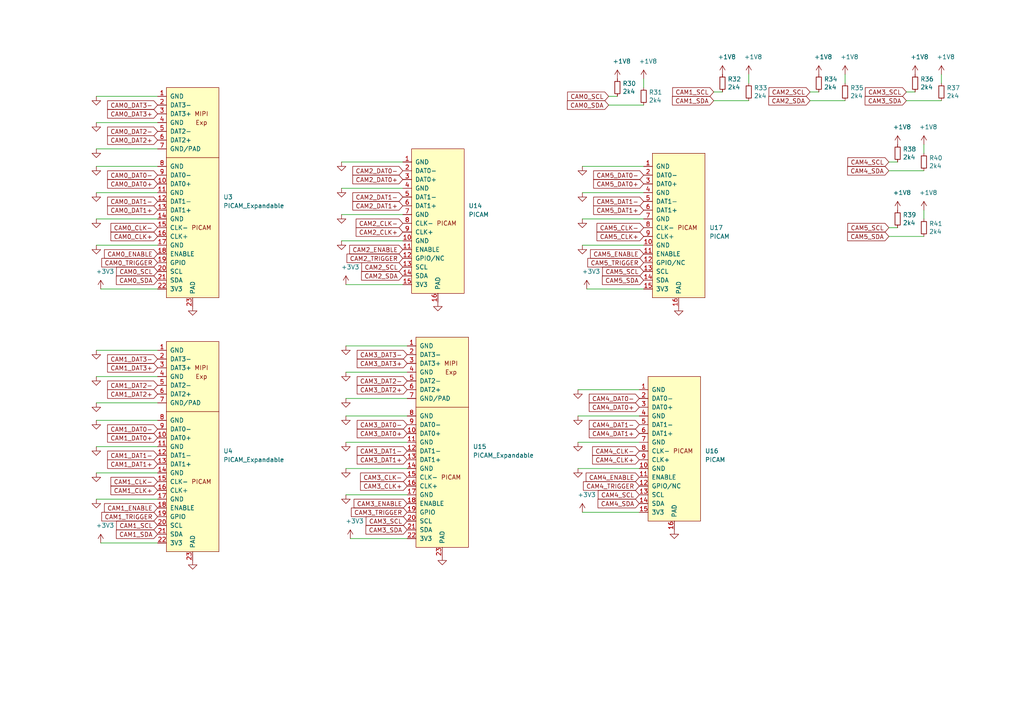
<source format=kicad_sch>
(kicad_sch (version 20210126) (generator eeschema)
  (paper "A4")
  (lib_symbols
    (symbol "Connectors_OSRF:PICAM" (pin_names (offset 1.016))
      (property "Reference" "U" (at 16.51 -25.4 0))
      (property "Value" "PICAM" (at 16.51 -25.4 0))
      (symbol "PICAM_0_0"
        (text "PICAM" (at 2.54 -1.27 0) (effects (font (size 1.27 1.27))))
      )
      (symbol "PICAM_0_1"
        (rectangle (start -7.62 20.32) (end 7.62 -21.59) (stroke (width 0.1524)) (fill (type background)))
      )
      (symbol "PICAM_1_1"
        (pin power_in line (at -10.16 16.51 0) (length 2.54) (name "GND") (number "1"))
        (pin power_in line (at -10.16 -6.35 0) (length 2.54) (name "GND") (number "10"))
        (pin input line (at -10.16 -8.89 0) (length 2.54) (name "ENABLE") (number "11"))
        (pin input line (at -10.16 -11.43 0) (length 2.54) (name "GPIO/NC") (number "12"))
        (pin input line (at -10.16 -13.97 0) (length 2.54) (name "SCL") (number "13"))
        (pin input line (at -10.16 -16.51 0) (length 2.54) (name "SDA") (number "14"))
        (pin power_in line (at -10.16 -19.05 0) (length 2.54) (name "3V3") (number "15"))
        (pin passive line (at 0 -24.13 90) (length 2.54) (name "PAD") (number "16"))
        (pin input line (at -10.16 13.97 0) (length 2.54) (name "DAT0-") (number "2"))
        (pin input line (at -10.16 11.43 0) (length 2.54) (name "DAT0+") (number "3"))
        (pin power_in line (at -10.16 8.89 0) (length 2.54) (name "GND") (number "4"))
        (pin input line (at -10.16 6.35 0) (length 2.54) (name "DAT1-") (number "5"))
        (pin input line (at -10.16 3.81 0) (length 2.54) (name "DAT1+") (number "6"))
        (pin power_in line (at -10.16 1.27 0) (length 2.54) (name "GND") (number "7"))
        (pin input line (at -10.16 -1.27 0) (length 2.54) (name "CLK-") (number "8"))
        (pin input line (at -10.16 -3.81 0) (length 2.54) (name "CLK+") (number "9"))
      )
    )
    (symbol "Connectors_OSRF:PICAM_Expandable" (pin_names (offset 1.016))
      (property "Reference" "U" (at 16.51 -29.21 0))
      (property "Value" "PICAM_Expandable" (at 16.51 -29.21 0))
      (symbol "PICAM_Expandable_0_0"
        (text "Exp" (at 2.54 25.4 0) (effects (font (size 1.27 1.27))))
        (text "MIPI" (at 2.54 27.94 0) (effects (font (size 1.27 1.27))))
        (text "PICAM" (at 2.54 -5.08 0) (effects (font (size 1.27 1.27))))
        (polyline (pts (xy -7.62 15.24) (xy 7.62 15.24)) (stroke (width 0.1524)))
      )
      (symbol "PICAM_Expandable_0_1"
        (rectangle (start -7.62 35.56) (end 7.62 -25.4) (stroke (width 0.1524)) (fill (type background)))
      )
      (symbol "PICAM_Expandable_1_1"
        (pin power_in line (at -10.16 33.02 0) (length 2.54) (name "GND") (number "1"))
        (pin input line (at -10.16 7.62 0) (length 2.54) (name "DAT0+") (number "10"))
        (pin power_in line (at -10.16 5.08 0) (length 2.54) (name "GND") (number "11"))
        (pin input line (at -10.16 2.54 0) (length 2.54) (name "DAT1-") (number "12"))
        (pin input line (at -10.16 0 0) (length 2.54) (name "DAT1+") (number "13"))
        (pin power_in line (at -10.16 -2.54 0) (length 2.54) (name "GND") (number "14"))
        (pin input line (at -10.16 -5.08 0) (length 2.54) (name "CLK-") (number "15"))
        (pin input line (at -10.16 -7.62 0) (length 2.54) (name "CLK+") (number "16"))
        (pin power_in line (at -10.16 -10.16 0) (length 2.54) (name "GND") (number "17"))
        (pin input line (at -10.16 -12.7 0) (length 2.54) (name "ENABLE") (number "18"))
        (pin input line (at -10.16 -15.24 0) (length 2.54) (name "GPIO") (number "19"))
        (pin input line (at -10.16 30.48 0) (length 2.54) (name "DAT3-") (number "2"))
        (pin input line (at -10.16 -17.78 0) (length 2.54) (name "SCL") (number "20"))
        (pin input line (at -10.16 -20.32 0) (length 2.54) (name "SDA") (number "21"))
        (pin power_in line (at -10.16 -22.86 0) (length 2.54) (name "3V3") (number "22"))
        (pin passive line (at 0 -27.94 90) (length 2.54) (name "PAD") (number "23"))
        (pin input line (at -10.16 27.94 0) (length 2.54) (name "DAT3+") (number "3"))
        (pin power_in line (at -10.16 25.4 0) (length 2.54) (name "GND") (number "4"))
        (pin input line (at -10.16 22.86 0) (length 2.54) (name "DAT2-") (number "5"))
        (pin input line (at -10.16 20.32 0) (length 2.54) (name "DAT2+") (number "6"))
        (pin power_in line (at -10.16 17.78 0) (length 2.54) (name "GND/PAD") (number "7"))
        (pin power_in line (at -10.16 12.7 0) (length 2.54) (name "GND") (number "8"))
        (pin input line (at -10.16 10.16 0) (length 2.54) (name "DAT0-") (number "9"))
      )
    )
    (symbol "Device:R_Small_1" (pin_numbers hide) (pin_names (offset 0.254) hide)
      (property "Reference" "R" (at 0.762 0.508 0))
      (property "Value" "R_Small" (at 0.762 -1.016 0))
      (symbol "R_Small_1_0_1"
        (rectangle (start -0.762 1.778) (end 0.762 -1.778) (stroke (width 0.2032)))
      )
      (symbol "R_Small_1_1_1"
        (pin passive line (at 0 2.54 270) (length 0.762) (name "~") (number "1"))
        (pin passive line (at 0 -2.54 90) (length 0.762) (name "~") (number "2"))
      )
    )
    (symbol "Device:R_Small_10" (pin_numbers hide) (pin_names (offset 0.254) hide)
      (property "Reference" "R" (at 0.762 0.508 0))
      (property "Value" "R_Small" (at 0.762 -1.016 0))
      (symbol "R_Small_10_0_1"
        (rectangle (start -0.762 1.778) (end 0.762 -1.778) (stroke (width 0.2032)))
      )
      (symbol "R_Small_10_1_1"
        (pin passive line (at 0 2.54 270) (length 0.762) (name "~") (number "1"))
        (pin passive line (at 0 -2.54 90) (length 0.762) (name "~") (number "2"))
      )
    )
    (symbol "Device:R_Small_11" (pin_numbers hide) (pin_names (offset 0.254) hide)
      (property "Reference" "R" (at 0.762 0.508 0))
      (property "Value" "R_Small" (at 0.762 -1.016 0))
      (symbol "R_Small_11_0_1"
        (rectangle (start -0.762 1.778) (end 0.762 -1.778) (stroke (width 0.2032)))
      )
      (symbol "R_Small_11_1_1"
        (pin passive line (at 0 2.54 270) (length 0.762) (name "~") (number "1"))
        (pin passive line (at 0 -2.54 90) (length 0.762) (name "~") (number "2"))
      )
    )
    (symbol "Device:R_Small_12" (pin_numbers hide) (pin_names (offset 0.254) hide)
      (property "Reference" "R" (at 0.762 0.508 0))
      (property "Value" "R_Small" (at 0.762 -1.016 0))
      (symbol "R_Small_12_0_1"
        (rectangle (start -0.762 1.778) (end 0.762 -1.778) (stroke (width 0.2032)))
      )
      (symbol "R_Small_12_1_1"
        (pin passive line (at 0 2.54 270) (length 0.762) (name "~") (number "1"))
        (pin passive line (at 0 -2.54 90) (length 0.762) (name "~") (number "2"))
      )
    )
    (symbol "Device:R_Small_2" (pin_numbers hide) (pin_names (offset 0.254) hide)
      (property "Reference" "R" (at 0.762 0.508 0))
      (property "Value" "R_Small" (at 0.762 -1.016 0))
      (symbol "R_Small_2_0_1"
        (rectangle (start -0.762 1.778) (end 0.762 -1.778) (stroke (width 0.2032)))
      )
      (symbol "R_Small_2_1_1"
        (pin passive line (at 0 2.54 270) (length 0.762) (name "~") (number "1"))
        (pin passive line (at 0 -2.54 90) (length 0.762) (name "~") (number "2"))
      )
    )
    (symbol "Device:R_Small_3" (pin_numbers hide) (pin_names (offset 0.254) hide)
      (property "Reference" "R" (at 0.762 0.508 0))
      (property "Value" "R_Small" (at 0.762 -1.016 0))
      (symbol "R_Small_3_0_1"
        (rectangle (start -0.762 1.778) (end 0.762 -1.778) (stroke (width 0.2032)))
      )
      (symbol "R_Small_3_1_1"
        (pin passive line (at 0 2.54 270) (length 0.762) (name "~") (number "1"))
        (pin passive line (at 0 -2.54 90) (length 0.762) (name "~") (number "2"))
      )
    )
    (symbol "Device:R_Small_4" (pin_numbers hide) (pin_names (offset 0.254) hide)
      (property "Reference" "R" (at 0.762 0.508 0))
      (property "Value" "R_Small" (at 0.762 -1.016 0))
      (symbol "R_Small_4_0_1"
        (rectangle (start -0.762 1.778) (end 0.762 -1.778) (stroke (width 0.2032)))
      )
      (symbol "R_Small_4_1_1"
        (pin passive line (at 0 2.54 270) (length 0.762) (name "~") (number "1"))
        (pin passive line (at 0 -2.54 90) (length 0.762) (name "~") (number "2"))
      )
    )
    (symbol "Device:R_Small_5" (pin_numbers hide) (pin_names (offset 0.254) hide)
      (property "Reference" "R" (at 0.762 0.508 0))
      (property "Value" "R_Small" (at 0.762 -1.016 0))
      (symbol "R_Small_5_0_1"
        (rectangle (start -0.762 1.778) (end 0.762 -1.778) (stroke (width 0.2032)))
      )
      (symbol "R_Small_5_1_1"
        (pin passive line (at 0 2.54 270) (length 0.762) (name "~") (number "1"))
        (pin passive line (at 0 -2.54 90) (length 0.762) (name "~") (number "2"))
      )
    )
    (symbol "Device:R_Small_6" (pin_numbers hide) (pin_names (offset 0.254) hide)
      (property "Reference" "R" (at 0.762 0.508 0))
      (property "Value" "R_Small" (at 0.762 -1.016 0))
      (symbol "R_Small_6_0_1"
        (rectangle (start -0.762 1.778) (end 0.762 -1.778) (stroke (width 0.2032)))
      )
      (symbol "R_Small_6_1_1"
        (pin passive line (at 0 2.54 270) (length 0.762) (name "~") (number "1"))
        (pin passive line (at 0 -2.54 90) (length 0.762) (name "~") (number "2"))
      )
    )
    (symbol "Device:R_Small_7" (pin_numbers hide) (pin_names (offset 0.254) hide)
      (property "Reference" "R" (at 0.762 0.508 0))
      (property "Value" "R_Small" (at 0.762 -1.016 0))
      (symbol "R_Small_7_0_1"
        (rectangle (start -0.762 1.778) (end 0.762 -1.778) (stroke (width 0.2032)))
      )
      (symbol "R_Small_7_1_1"
        (pin passive line (at 0 2.54 270) (length 0.762) (name "~") (number "1"))
        (pin passive line (at 0 -2.54 90) (length 0.762) (name "~") (number "2"))
      )
    )
    (symbol "Device:R_Small_8" (pin_numbers hide) (pin_names (offset 0.254) hide)
      (property "Reference" "R" (at 0.762 0.508 0))
      (property "Value" "R_Small" (at 0.762 -1.016 0))
      (symbol "R_Small_8_0_1"
        (rectangle (start -0.762 1.778) (end 0.762 -1.778) (stroke (width 0.2032)))
      )
      (symbol "R_Small_8_1_1"
        (pin passive line (at 0 2.54 270) (length 0.762) (name "~") (number "1"))
        (pin passive line (at 0 -2.54 90) (length 0.762) (name "~") (number "2"))
      )
    )
    (symbol "Device:R_Small_9" (pin_numbers hide) (pin_names (offset 0.254) hide)
      (property "Reference" "R" (at 0.762 0.508 0))
      (property "Value" "R_Small" (at 0.762 -1.016 0))
      (symbol "R_Small_9_0_1"
        (rectangle (start -0.762 1.778) (end 0.762 -1.778) (stroke (width 0.2032)))
      )
      (symbol "R_Small_9_1_1"
        (pin passive line (at 0 2.54 270) (length 0.762) (name "~") (number "1"))
        (pin passive line (at 0 -2.54 90) (length 0.762) (name "~") (number "2"))
      )
    )
    (symbol "power:+1V8" (power) (pin_names (offset 0))
      (property "Value" "+1V8" (at 0 3.556 0))
      (symbol "+1V8_0_1"
        (polyline (pts (xy -0.762 1.27) (xy 0 2.54)))
        (polyline (pts (xy 0 0) (xy 0 2.54)))
        (polyline (pts (xy 0 2.54) (xy 0.762 1.27)))
      )
      (symbol "+1V8_1_1"
        (pin power_in line (at 0 0 90) (length 0) hide (name "+1V8") (number "1"))
      )
    )
    (symbol "power:+3V3" (power) (pin_names (offset 0))
      (property "Value" "+3V3" (at 0 3.556 0))
      (symbol "+3V3_0_1"
        (polyline (pts (xy -0.762 1.27) (xy 0 2.54)))
        (polyline (pts (xy 0 0) (xy 0 2.54)))
        (polyline (pts (xy 0 2.54) (xy 0.762 1.27)))
      )
      (symbol "+3V3_1_1"
        (pin power_in line (at 0 0 90) (length 0) hide (name "+3V3") (number "1"))
      )
    )
    (symbol "power:GND" (power) (pin_names (offset 0))
      (property "Value" "GND" (at 0 -3.81 0))
      (symbol "GND_0_1"
        (polyline (pts (xy 0 0) (xy 0 -1.27) (xy 1.27 -1.27) (xy 0 -2.54) (xy -1.27 -1.27) (xy 0 -1.27)))
      )
      (symbol "GND_1_1"
        (pin power_in line (at 0 0 270) (length 0) hide (name "GND") (number "1"))
      )
    )
  )
  (wire (pts (xy 27.94 27.94) (xy 45.72 27.94)))
  (wire (pts (xy 27.94 35.56) (xy 45.72 35.56)))
  (wire (pts (xy 27.94 43.18) (xy 45.72 43.18)))
  (wire (pts (xy 27.94 48.26) (xy 45.72 48.26)))
  (wire (pts (xy 27.94 55.88) (xy 45.72 55.88)))
  (wire (pts (xy 27.94 63.5) (xy 45.72 63.5)))
  (wire (pts (xy 27.94 71.12) (xy 45.72 71.12)))
  (wire (pts (xy 27.94 101.6) (xy 45.72 101.6)))
  (wire (pts (xy 27.94 109.22) (xy 45.72 109.22)))
  (wire (pts (xy 27.94 116.84) (xy 45.72 116.84)))
  (wire (pts (xy 27.94 121.92) (xy 45.72 121.92)))
  (wire (pts (xy 27.94 129.54) (xy 45.72 129.54)))
  (wire (pts (xy 27.94 137.16) (xy 45.72 137.16)))
  (wire (pts (xy 27.94 144.78) (xy 45.72 144.78)))
  (wire (pts (xy 29.21 83.82) (xy 45.72 83.82)))
  (wire (pts (xy 29.21 157.48) (xy 45.72 157.48)))
  (wire (pts (xy 99.06 46.99) (xy 116.84 46.99)))
  (wire (pts (xy 99.06 54.61) (xy 116.84 54.61)))
  (wire (pts (xy 99.06 62.23) (xy 116.84 62.23)))
  (wire (pts (xy 99.06 69.85) (xy 116.84 69.85)))
  (wire (pts (xy 100.33 82.55) (xy 116.84 82.55)))
  (wire (pts (xy 100.33 100.33) (xy 118.11 100.33)))
  (wire (pts (xy 100.33 107.95) (xy 118.11 107.95)))
  (wire (pts (xy 100.33 115.57) (xy 118.11 115.57)))
  (wire (pts (xy 100.33 120.65) (xy 118.11 120.65)))
  (wire (pts (xy 100.33 128.27) (xy 118.11 128.27)))
  (wire (pts (xy 100.33 135.89) (xy 118.11 135.89)))
  (wire (pts (xy 100.33 143.51) (xy 118.11 143.51)))
  (wire (pts (xy 101.6 156.21) (xy 118.11 156.21)))
  (wire (pts (xy 167.64 113.03) (xy 185.42 113.03)))
  (wire (pts (xy 167.64 120.65) (xy 185.42 120.65)))
  (wire (pts (xy 167.64 128.27) (xy 185.42 128.27)))
  (wire (pts (xy 167.64 135.89) (xy 185.42 135.89)))
  (wire (pts (xy 168.91 48.26) (xy 186.69 48.26)))
  (wire (pts (xy 168.91 55.88) (xy 186.69 55.88)))
  (wire (pts (xy 168.91 63.5) (xy 186.69 63.5)))
  (wire (pts (xy 168.91 71.12) (xy 186.69 71.12)))
  (wire (pts (xy 168.91 148.59) (xy 185.42 148.59)))
  (wire (pts (xy 170.18 83.82) (xy 186.69 83.82)))
  (wire (pts (xy 176.53 27.94) (xy 179.07 27.94)))
  (wire (pts (xy 176.53 30.48) (xy 186.69 30.48)))
  (wire (pts (xy 186.69 22.86) (xy 186.69 25.4)))
  (wire (pts (xy 207.01 26.67) (xy 209.55 26.67)))
  (wire (pts (xy 207.01 29.21) (xy 217.17 29.21)))
  (wire (pts (xy 217.17 21.59) (xy 217.17 24.13)))
  (wire (pts (xy 234.95 26.67) (xy 237.49 26.67)))
  (wire (pts (xy 234.95 29.21) (xy 245.11 29.21)))
  (wire (pts (xy 245.11 21.59) (xy 245.11 24.13)))
  (wire (pts (xy 257.81 46.99) (xy 260.35 46.99)))
  (wire (pts (xy 257.81 49.53) (xy 267.97 49.53)))
  (wire (pts (xy 257.81 66.04) (xy 260.35 66.04)))
  (wire (pts (xy 257.81 68.58) (xy 267.97 68.58)))
  (wire (pts (xy 262.89 26.67) (xy 265.43 26.67)))
  (wire (pts (xy 262.89 29.21) (xy 273.05 29.21)))
  (wire (pts (xy 267.97 41.91) (xy 267.97 44.45)))
  (wire (pts (xy 267.97 60.96) (xy 267.97 63.5)))
  (wire (pts (xy 273.05 21.59) (xy 273.05 24.13)))
  (global_label "CAM0_DAT3-" (shape input) (at 45.72 30.48 180) (property "Intersheet References" "${INTERSHEET_REFS}" (effects hide)))
  (global_label "CAM0_DAT3+" (shape input) (at 45.72 33.02 180) (property "Intersheet References" "${INTERSHEET_REFS}" (effects hide)))
  (global_label "CAM0_DAT2-" (shape input) (at 45.72 38.1 180) (property "Intersheet References" "${INTERSHEET_REFS}" (effects hide)))
  (global_label "CAM0_DAT2+" (shape input) (at 45.72 40.64 180) (property "Intersheet References" "${INTERSHEET_REFS}" (effects hide)))
  (global_label "CAM0_DAT0-" (shape input) (at 45.72 50.8 180) (property "Intersheet References" "${INTERSHEET_REFS}" (effects hide)))
  (global_label "CAM0_DAT0+" (shape input) (at 45.72 53.34 180) (property "Intersheet References" "${INTERSHEET_REFS}" (effects hide)))
  (global_label "CAM0_DAT1-" (shape input) (at 45.72 58.42 180) (property "Intersheet References" "${INTERSHEET_REFS}" (effects hide)))
  (global_label "CAM0_DAT1+" (shape input) (at 45.72 60.96 180) (property "Intersheet References" "${INTERSHEET_REFS}" (effects hide)))
  (global_label "CAM0_CLK-" (shape input) (at 45.72 66.04 180) (property "Intersheet References" "${INTERSHEET_REFS}" (effects hide)))
  (global_label "CAM0_CLK+" (shape input) (at 45.72 68.58 180) (property "Intersheet References" "${INTERSHEET_REFS}" (effects hide)))
  (global_label "CAM0_ENABLE" (shape input) (at 45.72 73.66 180) (property "Intersheet References" "${INTERSHEET_REFS}" (effects hide)))
  (global_label "CAM0_TRIGGER" (shape input) (at 45.72 76.2 180) (property "Intersheet References" "${INTERSHEET_REFS}" (effects hide)))
  (global_label "CAM0_SCL" (shape input) (at 45.72 78.74 180) (property "Intersheet References" "${INTERSHEET_REFS}" (effects hide)))
  (global_label "CAM0_SDA" (shape input) (at 45.72 81.28 180) (property "Intersheet References" "${INTERSHEET_REFS}" (effects hide)))
  (global_label "CAM1_DAT3-" (shape input) (at 45.72 104.14 180) (property "Intersheet References" "${INTERSHEET_REFS}" (effects hide)))
  (global_label "CAM1_DAT3+" (shape input) (at 45.72 106.68 180) (property "Intersheet References" "${INTERSHEET_REFS}" (effects hide)))
  (global_label "CAM1_DAT2-" (shape input) (at 45.72 111.76 180) (property "Intersheet References" "${INTERSHEET_REFS}" (effects hide)))
  (global_label "CAM1_DAT2+" (shape input) (at 45.72 114.3 180) (property "Intersheet References" "${INTERSHEET_REFS}" (effects hide)))
  (global_label "CAM1_DAT0-" (shape input) (at 45.72 124.46 180) (property "Intersheet References" "${INTERSHEET_REFS}" (effects hide)))
  (global_label "CAM1_DAT0+" (shape input) (at 45.72 127 180) (property "Intersheet References" "${INTERSHEET_REFS}" (effects hide)))
  (global_label "CAM1_DAT1-" (shape input) (at 45.72 132.08 180) (property "Intersheet References" "${INTERSHEET_REFS}" (effects hide)))
  (global_label "CAM1_DAT1+" (shape input) (at 45.72 134.62 180) (property "Intersheet References" "${INTERSHEET_REFS}" (effects hide)))
  (global_label "CAM1_CLK-" (shape input) (at 45.72 139.7 180) (property "Intersheet References" "${INTERSHEET_REFS}" (effects hide)))
  (global_label "CAM1_CLK+" (shape input) (at 45.72 142.24 180) (property "Intersheet References" "${INTERSHEET_REFS}" (effects hide)))
  (global_label "CAM1_ENABLE" (shape input) (at 45.72 147.32 180) (property "Intersheet References" "${INTERSHEET_REFS}" (effects hide)))
  (global_label "CAM1_TRIGGER" (shape input) (at 45.72 149.86 180) (property "Intersheet References" "${INTERSHEET_REFS}" (effects hide)))
  (global_label "CAM1_SCL" (shape input) (at 45.72 152.4 180) (property "Intersheet References" "${INTERSHEET_REFS}" (effects hide)))
  (global_label "CAM1_SDA" (shape input) (at 45.72 154.94 180) (property "Intersheet References" "${INTERSHEET_REFS}" (effects hide)))
  (global_label "CAM2_DAT0-" (shape input) (at 116.84 49.53 180) (property "Intersheet References" "${INTERSHEET_REFS}" (effects hide)))
  (global_label "CAM2_DAT0+" (shape input) (at 116.84 52.07 180) (property "Intersheet References" "${INTERSHEET_REFS}" (effects hide)))
  (global_label "CAM2_DAT1-" (shape input) (at 116.84 57.15 180) (property "Intersheet References" "${INTERSHEET_REFS}" (effects hide)))
  (global_label "CAM2_DAT1+" (shape input) (at 116.84 59.69 180) (property "Intersheet References" "${INTERSHEET_REFS}" (effects hide)))
  (global_label "CAM2_CLK-" (shape input) (at 116.84 64.77 180) (property "Intersheet References" "${INTERSHEET_REFS}" (effects hide)))
  (global_label "CAM2_CLK+" (shape input) (at 116.84 67.31 180) (property "Intersheet References" "${INTERSHEET_REFS}" (effects hide)))
  (global_label "CAM2_ENABLE" (shape input) (at 116.84 72.39 180) (property "Intersheet References" "${INTERSHEET_REFS}" (effects hide)))
  (global_label "CAM2_TRIGGER" (shape input) (at 116.84 74.93 180) (property "Intersheet References" "${INTERSHEET_REFS}" (effects hide)))
  (global_label "CAM2_SCL" (shape input) (at 116.84 77.47 180) (property "Intersheet References" "${INTERSHEET_REFS}" (effects hide)))
  (global_label "CAM2_SDA" (shape input) (at 116.84 80.01 180) (property "Intersheet References" "${INTERSHEET_REFS}" (effects hide)))
  (global_label "CAM3_DAT3-" (shape input) (at 118.11 102.87 180) (property "Intersheet References" "${INTERSHEET_REFS}" (effects hide)))
  (global_label "CAM3_DAT3+" (shape input) (at 118.11 105.41 180) (property "Intersheet References" "${INTERSHEET_REFS}" (effects hide)))
  (global_label "CAM3_DAT2-" (shape input) (at 118.11 110.49 180) (property "Intersheet References" "${INTERSHEET_REFS}" (effects hide)))
  (global_label "CAM3_DAT2+" (shape input) (at 118.11 113.03 180) (property "Intersheet References" "${INTERSHEET_REFS}" (effects hide)))
  (global_label "CAM3_DAT0-" (shape input) (at 118.11 123.19 180) (property "Intersheet References" "${INTERSHEET_REFS}" (effects hide)))
  (global_label "CAM3_DAT0+" (shape input) (at 118.11 125.73 180) (property "Intersheet References" "${INTERSHEET_REFS}" (effects hide)))
  (global_label "CAM3_DAT1-" (shape input) (at 118.11 130.81 180) (property "Intersheet References" "${INTERSHEET_REFS}" (effects hide)))
  (global_label "CAM3_DAT1+" (shape input) (at 118.11 133.35 180) (property "Intersheet References" "${INTERSHEET_REFS}" (effects hide)))
  (global_label "CAM3_CLK-" (shape input) (at 118.11 138.43 180) (property "Intersheet References" "${INTERSHEET_REFS}" (effects hide)))
  (global_label "CAM3_CLK+" (shape input) (at 118.11 140.97 180) (property "Intersheet References" "${INTERSHEET_REFS}" (effects hide)))
  (global_label "CAM3_ENABLE" (shape input) (at 118.11 146.05 180) (property "Intersheet References" "${INTERSHEET_REFS}" (effects hide)))
  (global_label "CAM3_TRIGGER" (shape input) (at 118.11 148.59 180) (property "Intersheet References" "${INTERSHEET_REFS}" (effects hide)))
  (global_label "CAM3_SCL" (shape input) (at 118.11 151.13 180) (property "Intersheet References" "${INTERSHEET_REFS}" (effects hide)))
  (global_label "CAM3_SDA" (shape input) (at 118.11 153.67 180) (property "Intersheet References" "${INTERSHEET_REFS}" (effects hide)))
  (global_label "CAM0_SCL" (shape input) (at 176.53 27.94 180) (property "Intersheet References" "${INTERSHEET_REFS}" (effects hide)))
  (global_label "CAM0_SDA" (shape input) (at 176.53 30.48 180) (property "Intersheet References" "${INTERSHEET_REFS}" (effects hide)))
  (global_label "CAM4_DAT0-" (shape input) (at 185.42 115.57 180) (property "Intersheet References" "${INTERSHEET_REFS}" (effects hide)))
  (global_label "CAM4_DAT0+" (shape input) (at 185.42 118.11 180) (property "Intersheet References" "${INTERSHEET_REFS}" (effects hide)))
  (global_label "CAM4_DAT1-" (shape input) (at 185.42 123.19 180) (property "Intersheet References" "${INTERSHEET_REFS}" (effects hide)))
  (global_label "CAM4_DAT1+" (shape input) (at 185.42 125.73 180) (property "Intersheet References" "${INTERSHEET_REFS}" (effects hide)))
  (global_label "CAM4_CLK-" (shape input) (at 185.42 130.81 180) (property "Intersheet References" "${INTERSHEET_REFS}" (effects hide)))
  (global_label "CAM4_CLK+" (shape input) (at 185.42 133.35 180) (property "Intersheet References" "${INTERSHEET_REFS}" (effects hide)))
  (global_label "CAM4_ENABLE" (shape input) (at 185.42 138.43 180) (property "Intersheet References" "${INTERSHEET_REFS}" (effects hide)))
  (global_label "CAM4_TRIGGER" (shape input) (at 185.42 140.97 180) (property "Intersheet References" "${INTERSHEET_REFS}" (effects hide)))
  (global_label "CAM4_SCL" (shape input) (at 185.42 143.51 180) (property "Intersheet References" "${INTERSHEET_REFS}" (effects hide)))
  (global_label "CAM4_SDA" (shape input) (at 185.42 146.05 180) (property "Intersheet References" "${INTERSHEET_REFS}" (effects hide)))
  (global_label "CAM5_DAT0-" (shape input) (at 186.69 50.8 180) (property "Intersheet References" "${INTERSHEET_REFS}" (effects hide)))
  (global_label "CAM5_DAT0+" (shape input) (at 186.69 53.34 180) (property "Intersheet References" "${INTERSHEET_REFS}" (effects hide)))
  (global_label "CAM5_DAT1-" (shape input) (at 186.69 58.42 180) (property "Intersheet References" "${INTERSHEET_REFS}" (effects hide)))
  (global_label "CAM5_DAT1+" (shape input) (at 186.69 60.96 180) (property "Intersheet References" "${INTERSHEET_REFS}" (effects hide)))
  (global_label "CAM5_CLK-" (shape input) (at 186.69 66.04 180) (property "Intersheet References" "${INTERSHEET_REFS}" (effects hide)))
  (global_label "CAM5_CLK+" (shape input) (at 186.69 68.58 180) (property "Intersheet References" "${INTERSHEET_REFS}" (effects hide)))
  (global_label "CAM5_ENABLE" (shape input) (at 186.69 73.66 180) (property "Intersheet References" "${INTERSHEET_REFS}" (effects hide)))
  (global_label "CAM5_TRIGGER" (shape input) (at 186.69 76.2 180) (property "Intersheet References" "${INTERSHEET_REFS}" (effects hide)))
  (global_label "CAM5_SCL" (shape input) (at 186.69 78.74 180) (property "Intersheet References" "${INTERSHEET_REFS}" (effects hide)))
  (global_label "CAM5_SDA" (shape input) (at 186.69 81.28 180) (property "Intersheet References" "${INTERSHEET_REFS}" (effects hide)))
  (global_label "CAM1_SCL" (shape input) (at 207.01 26.67 180) (property "Intersheet References" "${INTERSHEET_REFS}" (effects hide)))
  (global_label "CAM1_SDA" (shape input) (at 207.01 29.21 180) (property "Intersheet References" "${INTERSHEET_REFS}" (effects hide)))
  (global_label "CAM2_SCL" (shape input) (at 234.95 26.67 180) (property "Intersheet References" "${INTERSHEET_REFS}" (effects hide)))
  (global_label "CAM2_SDA" (shape input) (at 234.95 29.21 180) (property "Intersheet References" "${INTERSHEET_REFS}" (effects hide)))
  (global_label "CAM4_SCL" (shape input) (at 257.81 46.99 180) (property "Intersheet References" "${INTERSHEET_REFS}" (effects hide)))
  (global_label "CAM4_SDA" (shape input) (at 257.81 49.53 180) (property "Intersheet References" "${INTERSHEET_REFS}" (effects hide)))
  (global_label "CAM5_SCL" (shape input) (at 257.81 66.04 180) (property "Intersheet References" "${INTERSHEET_REFS}" (effects hide)))
  (global_label "CAM5_SDA" (shape input) (at 257.81 68.58 180) (property "Intersheet References" "${INTERSHEET_REFS}" (effects hide)))
  (global_label "CAM3_SCL" (shape input) (at 262.89 26.67 180) (property "Intersheet References" "${INTERSHEET_REFS}" (effects hide)))
  (global_label "CAM3_SDA" (shape input) (at 262.89 29.21 180) (property "Intersheet References" "${INTERSHEET_REFS}" (effects hide)))
  (symbol (lib_id "power:+3V3") (at 29.21 83.82 0) (unit 1)
    (property "Reference" "#PWR0293" (effects hide))
    (property "Value" "+3V3" (at 30.48 78.74 0))
  )
  (symbol (lib_id "power:+3V3") (at 29.21 157.48 0) (unit 1)
    (property "Reference" "#PWR0279" (effects hide))
    (property "Value" "+3V3" (at 30.48 152.4 0))
  )
  (symbol (lib_id "power:+3V3") (at 100.33 82.55 0) (unit 1)
    (property "Reference" "#PWR0277" (effects hide))
    (property "Value" "+3V3" (at 101.6 77.47 0))
  )
  (symbol (lib_id "power:+3V3") (at 101.6 156.21 0) (unit 1)
    (property "Reference" "#PWR0303" (effects hide))
    (property "Value" "+3V3" (at 102.87 151.13 0))
  )
  (symbol (lib_id "power:+3V3") (at 168.91 148.59 0) (unit 1)
    (property "Reference" "#PWR0326" (effects hide))
    (property "Value" "+3V3" (at 170.18 143.51 0))
  )
  (symbol (lib_id "power:+3V3") (at 170.18 83.82 0) (unit 1)
    (property "Reference" "#PWR0319" (effects hide))
    (property "Value" "+3V3" (at 171.45 78.74 0))
  )
  (symbol (lib_id "power:+1V8") (at 179.07 22.86 0) (unit 1)
    (property "Reference" "#PWR0307" (effects hide))
    (property "Value" "+1V8" (at 180.34 17.78 0))
  )
  (symbol (lib_id "power:+1V8") (at 186.69 22.86 0) (unit 1)
    (property "Reference" "#PWR0308" (effects hide))
    (property "Value" "+1V8" (at 187.96 17.78 0))
  )
  (symbol (lib_id "power:+1V8") (at 209.55 21.59 0) (unit 1)
    (property "Reference" "#PWR0313" (effects hide))
    (property "Value" "+1V8" (at 210.82 16.51 0))
  )
  (symbol (lib_id "power:+1V8") (at 217.17 21.59 0) (unit 1)
    (property "Reference" "#PWR0314" (effects hide))
    (property "Value" "+1V8" (at 218.44 16.51 0))
  )
  (symbol (lib_id "power:+1V8") (at 237.49 21.59 0) (unit 1)
    (property "Reference" "#PWR0312" (effects hide))
    (property "Value" "+1V8" (at 238.76 16.51 0))
  )
  (symbol (lib_id "power:+1V8") (at 245.11 21.59 0) (unit 1)
    (property "Reference" "#PWR0311" (effects hide))
    (property "Value" "+1V8" (at 246.38 16.51 0))
  )
  (symbol (lib_id "power:+1V8") (at 260.35 41.91 0) (unit 1)
    (property "Reference" "#PWR0329" (effects hide))
    (property "Value" "+1V8" (at 261.62 36.83 0))
  )
  (symbol (lib_id "power:+1V8") (at 260.35 60.96 0) (unit 1)
    (property "Reference" "#PWR0331" (effects hide))
    (property "Value" "+1V8" (at 261.62 55.88 0))
  )
  (symbol (lib_id "power:+1V8") (at 265.43 21.59 0) (unit 1)
    (property "Reference" "#PWR0309" (effects hide))
    (property "Value" "+1V8" (at 266.7 16.51 0))
  )
  (symbol (lib_id "power:+1V8") (at 267.97 41.91 0) (unit 1)
    (property "Reference" "#PWR0328" (effects hide))
    (property "Value" "+1V8" (at 269.24 36.83 0))
  )
  (symbol (lib_id "power:+1V8") (at 267.97 60.96 0) (unit 1)
    (property "Reference" "#PWR0330" (effects hide))
    (property "Value" "+1V8" (at 269.24 55.88 0))
  )
  (symbol (lib_id "power:+1V8") (at 273.05 21.59 0) (unit 1)
    (property "Reference" "#PWR0310" (effects hide))
    (property "Value" "+1V8" (at 274.32 16.51 0))
  )
  (symbol (lib_id "power:GND") (at 27.94 27.94 0) (unit 1)
    (property "Reference" "#PWR0287" (effects hide))
    (property "Value" "GND" (effects hide))
  )
  (symbol (lib_id "power:GND") (at 27.94 35.56 0) (unit 1)
    (property "Reference" "#PWR0288" (effects hide))
    (property "Value" "GND" (effects hide))
  )
  (symbol (lib_id "power:GND") (at 27.94 43.18 0) (unit 1)
    (property "Reference" "#PWR0291" (effects hide))
    (property "Value" "GND" (effects hide))
  )
  (symbol (lib_id "power:GND") (at 27.94 48.26 0) (unit 1)
    (property "Reference" "#PWR0290" (effects hide))
    (property "Value" "GND" (effects hide))
  )
  (symbol (lib_id "power:GND") (at 27.94 55.88 0) (unit 1)
    (property "Reference" "#PWR0289" (effects hide))
    (property "Value" "GND" (effects hide))
  )
  (symbol (lib_id "power:GND") (at 27.94 63.5 0) (unit 1)
    (property "Reference" "#PWR0305" (effects hide))
    (property "Value" "GND" (effects hide))
  )
  (symbol (lib_id "power:GND") (at 27.94 71.12 0) (unit 1)
    (property "Reference" "#PWR0294" (effects hide))
    (property "Value" "GND" (effects hide))
  )
  (symbol (lib_id "power:GND") (at 27.94 101.6 0) (unit 1)
    (property "Reference" "#PWR0283" (effects hide))
    (property "Value" "GND" (effects hide))
  )
  (symbol (lib_id "power:GND") (at 27.94 109.22 0) (unit 1)
    (property "Reference" "#PWR0284" (effects hide))
    (property "Value" "GND" (effects hide))
  )
  (symbol (lib_id "power:GND") (at 27.94 116.84 0) (unit 1)
    (property "Reference" "#PWR0281" (effects hide))
    (property "Value" "GND" (effects hide))
  )
  (symbol (lib_id "power:GND") (at 27.94 121.92 0) (unit 1)
    (property "Reference" "#PWR0282" (effects hide))
    (property "Value" "GND" (effects hide))
  )
  (symbol (lib_id "power:GND") (at 27.94 129.54 0) (unit 1)
    (property "Reference" "#PWR0285" (effects hide))
    (property "Value" "GND" (effects hide))
  )
  (symbol (lib_id "power:GND") (at 27.94 137.16 0) (unit 1)
    (property "Reference" "#PWR0286" (effects hide))
    (property "Value" "GND" (effects hide))
  )
  (symbol (lib_id "power:GND") (at 27.94 144.78 0) (unit 1)
    (property "Reference" "#PWR0280" (effects hide))
    (property "Value" "GND" (effects hide))
  )
  (symbol (lib_id "power:GND") (at 55.88 88.9 0) (unit 1)
    (property "Reference" "#PWR0292" (effects hide))
    (property "Value" "GND" (effects hide))
  )
  (symbol (lib_id "power:GND") (at 55.88 162.56 0) (unit 1)
    (property "Reference" "#PWR0295" (effects hide))
    (property "Value" "GND" (effects hide))
  )
  (symbol (lib_id "power:GND") (at 99.06 46.99 0) (unit 1)
    (property "Reference" "#PWR0273" (effects hide))
    (property "Value" "GND" (effects hide))
  )
  (symbol (lib_id "power:GND") (at 99.06 54.61 0) (unit 1)
    (property "Reference" "#PWR0275" (effects hide))
    (property "Value" "GND" (effects hide))
  )
  (symbol (lib_id "power:GND") (at 99.06 62.23 0) (unit 1)
    (property "Reference" "#PWR0304" (effects hide))
    (property "Value" "GND" (effects hide))
  )
  (symbol (lib_id "power:GND") (at 99.06 69.85 0) (unit 1)
    (property "Reference" "#PWR0276" (effects hide))
    (property "Value" "GND" (effects hide))
  )
  (symbol (lib_id "power:GND") (at 100.33 100.33 0) (unit 1)
    (property "Reference" "#PWR0300" (effects hide))
    (property "Value" "GND" (effects hide))
  )
  (symbol (lib_id "power:GND") (at 100.33 107.95 0) (unit 1)
    (property "Reference" "#PWR0301" (effects hide))
    (property "Value" "GND" (effects hide))
  )
  (symbol (lib_id "power:GND") (at 100.33 115.57 0) (unit 1)
    (property "Reference" "#PWR0299" (effects hide))
    (property "Value" "GND" (effects hide))
  )
  (symbol (lib_id "power:GND") (at 100.33 120.65 0) (unit 1)
    (property "Reference" "#PWR0297" (effects hide))
    (property "Value" "GND" (effects hide))
  )
  (symbol (lib_id "power:GND") (at 100.33 128.27 0) (unit 1)
    (property "Reference" "#PWR0296" (effects hide))
    (property "Value" "GND" (effects hide))
  )
  (symbol (lib_id "power:GND") (at 100.33 135.89 0) (unit 1)
    (property "Reference" "#PWR0306" (effects hide))
    (property "Value" "GND" (effects hide))
  )
  (symbol (lib_id "power:GND") (at 100.33 143.51 0) (unit 1)
    (property "Reference" "#PWR0302" (effects hide))
    (property "Value" "GND" (effects hide))
  )
  (symbol (lib_id "power:GND") (at 127 87.63 0) (unit 1)
    (property "Reference" "#PWR0271" (effects hide))
    (property "Value" "GND" (effects hide))
  )
  (symbol (lib_id "power:GND") (at 128.27 161.29 0) (unit 1)
    (property "Reference" "#PWR0298" (effects hide))
    (property "Value" "GND" (effects hide))
  )
  (symbol (lib_id "power:GND") (at 167.64 113.03 0) (unit 1)
    (property "Reference" "#PWR0324" (effects hide))
    (property "Value" "GND" (effects hide))
  )
  (symbol (lib_id "power:GND") (at 167.64 120.65 0) (unit 1)
    (property "Reference" "#PWR0325" (effects hide))
    (property "Value" "GND" (effects hide))
  )
  (symbol (lib_id "power:GND") (at 167.64 128.27 0) (unit 1)
    (property "Reference" "#PWR0323" (effects hide))
    (property "Value" "GND" (effects hide))
  )
  (symbol (lib_id "power:GND") (at 167.64 135.89 0) (unit 1)
    (property "Reference" "#PWR0327" (effects hide))
    (property "Value" "GND" (effects hide))
  )
  (symbol (lib_id "power:GND") (at 168.91 48.26 0) (unit 1)
    (property "Reference" "#PWR0274" (effects hide))
    (property "Value" "GND" (effects hide))
  )
  (symbol (lib_id "power:GND") (at 168.91 55.88 0) (unit 1)
    (property "Reference" "#PWR0272" (effects hide))
    (property "Value" "GND" (effects hide))
  )
  (symbol (lib_id "power:GND") (at 168.91 63.5 0) (unit 1)
    (property "Reference" "#PWR0321" (effects hide))
    (property "Value" "GND" (effects hide))
  )
  (symbol (lib_id "power:GND") (at 168.91 71.12 0) (unit 1)
    (property "Reference" "#PWR0320" (effects hide))
    (property "Value" "GND" (effects hide))
  )
  (symbol (lib_id "power:GND") (at 195.58 153.67 0) (unit 1)
    (property "Reference" "#PWR0322" (effects hide))
    (property "Value" "GND" (effects hide))
  )
  (symbol (lib_id "power:GND") (at 196.85 88.9 0) (unit 1)
    (property "Reference" "#PWR0278" (effects hide))
    (property "Value" "GND" (effects hide))
  )
  (symbol (lib_name "Device:R_Small_10") (lib_id "Device:R_Small") (at 179.07 25.4 0) (unit 1)
    (property "Reference" "R30" (at 180.5686 24.2316 0) (effects (justify left)))
    (property "Value" "2k4" (at 180.5686 26.543 0) (effects (justify left)))
    (property "Footprint" "Resistor_SMD:R_0402_1005Metric" (effects hide))
    (property "D1N" "Digikey" (effects hide))
    (property "D1PN" "P2.4KDECT-ND" (effects hide))
    (property "MFN" "Panasonic" (effects hide))
    (property "MPN" "ERA-2AED242X" (effects hide))
  )
  (symbol (lib_name "Device:R_Small_11") (lib_id "Device:R_Small") (at 186.69 27.94 0) (unit 1)
    (property "Reference" "R31" (at 188.1886 26.7716 0) (effects (justify left)))
    (property "Value" "2k4" (at 188.1886 29.083 0) (effects (justify left)))
    (property "Footprint" "Resistor_SMD:R_0402_1005Metric" (effects hide))
    (property "D1N" "Digikey" (effects hide))
    (property "D1PN" "P2.4KDECT-ND" (effects hide))
    (property "MFN" "Panasonic" (effects hide))
    (property "MPN" "ERA-2AED242X" (effects hide))
  )
  (symbol (lib_name "Device:R_Small_1") (lib_id "Device:R_Small") (at 209.55 24.13 0) (unit 1)
    (property "Reference" "R32" (at 211.0486 22.9616 0) (effects (justify left)))
    (property "Value" "2k4" (at 211.0486 25.273 0) (effects (justify left)))
    (property "Footprint" "Resistor_SMD:R_0402_1005Metric" (effects hide))
    (property "D1N" "Digikey" (effects hide))
    (property "D1PN" "P2.4KDECT-ND" (effects hide))
    (property "MFN" "Panasonic" (effects hide))
    (property "MPN" "ERA-2AED242X" (effects hide))
  )
  (symbol (lib_name "Device:R_Small_12") (lib_id "Device:R_Small") (at 217.17 26.67 0) (unit 1)
    (property "Reference" "R33" (at 218.6686 25.5016 0) (effects (justify left)))
    (property "Value" "2k4" (at 218.6686 27.813 0) (effects (justify left)))
    (property "Footprint" "Resistor_SMD:R_0402_1005Metric" (effects hide))
    (property "D1N" "Digikey" (effects hide))
    (property "D1PN" "P2.4KDECT-ND" (effects hide))
    (property "MFN" "Panasonic" (effects hide))
    (property "MPN" "ERA-2AED242X" (effects hide))
  )
  (symbol (lib_name "Device:R_Small_7") (lib_id "Device:R_Small") (at 237.49 24.13 0) (unit 1)
    (property "Reference" "R34" (at 238.9886 22.9616 0) (effects (justify left)))
    (property "Value" "2k4" (at 238.9886 25.273 0) (effects (justify left)))
    (property "Footprint" "Resistor_SMD:R_0402_1005Metric" (effects hide))
    (property "D1N" "Digikey" (effects hide))
    (property "D1PN" "P2.4KDECT-ND" (effects hide))
    (property "MFN" "Panasonic" (effects hide))
    (property "MPN" "ERA-2AED242X" (effects hide))
  )
  (symbol (lib_name "Device:R_Small_2") (lib_id "Device:R_Small") (at 245.11 26.67 0) (unit 1)
    (property "Reference" "R35" (at 246.6086 25.5016 0) (effects (justify left)))
    (property "Value" "2k4" (at 246.6086 27.813 0) (effects (justify left)))
    (property "Footprint" "Resistor_SMD:R_0402_1005Metric" (effects hide))
    (property "D1N" "Digikey" (effects hide))
    (property "D1PN" "P2.4KDECT-ND" (effects hide))
    (property "MFN" "Panasonic" (effects hide))
    (property "MPN" "ERA-2AED242X" (effects hide))
  )
  (symbol (lib_name "Device:R_Small_8") (lib_id "Device:R_Small") (at 260.35 44.45 0) (unit 1)
    (property "Reference" "R38" (at 261.8486 43.2816 0) (effects (justify left)))
    (property "Value" "2k4" (at 261.8486 45.593 0) (effects (justify left)))
    (property "Footprint" "Resistor_SMD:R_0402_1005Metric" (effects hide))
    (property "D1N" "Digikey" (effects hide))
    (property "D1PN" "P2.4KDECT-ND" (effects hide))
    (property "MFN" "Panasonic" (effects hide))
    (property "MPN" "ERA-2AED242X" (effects hide))
  )
  (symbol (lib_name "Device:R_Small_5") (lib_id "Device:R_Small") (at 260.35 63.5 0) (unit 1)
    (property "Reference" "R39" (at 261.8486 62.3316 0) (effects (justify left)))
    (property "Value" "2k4" (at 261.8486 64.643 0) (effects (justify left)))
    (property "Footprint" "Resistor_SMD:R_0402_1005Metric" (effects hide))
    (property "D1N" "Digikey" (effects hide))
    (property "D1PN" "P2.4KDECT-ND" (effects hide))
    (property "MFN" "Panasonic" (effects hide))
    (property "MPN" "ERA-2AED242X" (effects hide))
  )
  (symbol (lib_name "Device:R_Small_3") (lib_id "Device:R_Small") (at 265.43 24.13 0) (unit 1)
    (property "Reference" "R36" (at 266.9286 22.9616 0) (effects (justify left)))
    (property "Value" "2k4" (at 266.9286 25.273 0) (effects (justify left)))
    (property "Footprint" "Resistor_SMD:R_0402_1005Metric" (effects hide))
    (property "D1N" "Digikey" (effects hide))
    (property "D1PN" "P2.4KDECT-ND" (effects hide))
    (property "MFN" "Panasonic" (effects hide))
    (property "MPN" "ERA-2AED242X" (effects hide))
  )
  (symbol (lib_name "Device:R_Small_9") (lib_id "Device:R_Small") (at 267.97 46.99 0) (unit 1)
    (property "Reference" "R40" (at 269.4686 45.8216 0) (effects (justify left)))
    (property "Value" "2k4" (at 269.4686 48.133 0) (effects (justify left)))
    (property "Footprint" "Resistor_SMD:R_0402_1005Metric" (effects hide))
    (property "D1N" "Digikey" (effects hide))
    (property "D1PN" "P2.4KDECT-ND" (effects hide))
    (property "MFN" "Panasonic" (effects hide))
    (property "MPN" "ERA-2AED242X" (effects hide))
  )
  (symbol (lib_name "Device:R_Small_6") (lib_id "Device:R_Small") (at 267.97 66.04 0) (unit 1)
    (property "Reference" "R41" (at 269.4686 64.8716 0) (effects (justify left)))
    (property "Value" "2k4" (at 269.4686 67.183 0) (effects (justify left)))
    (property "Footprint" "Resistor_SMD:R_0402_1005Metric" (effects hide))
    (property "D1N" "Digikey" (effects hide))
    (property "D1PN" "P2.4KDECT-ND" (effects hide))
    (property "MFN" "Panasonic" (effects hide))
    (property "MPN" "ERA-2AED242X" (effects hide))
  )
  (symbol (lib_name "Device:R_Small_4") (lib_id "Device:R_Small") (at 273.05 26.67 0) (unit 1)
    (property "Reference" "R37" (at 274.5486 25.5016 0) (effects (justify left)))
    (property "Value" "2k4" (at 274.5486 27.813 0) (effects (justify left)))
    (property "Footprint" "Resistor_SMD:R_0402_1005Metric" (effects hide))
    (property "D1N" "Digikey" (effects hide))
    (property "D1PN" "P2.4KDECT-ND" (effects hide))
    (property "MFN" "Panasonic" (effects hide))
    (property "MPN" "ERA-2AED242X" (effects hide))
  )
  (symbol (lib_id "Connectors_OSRF:PICAM") (at 127 63.5 0) (unit 1)
    (property "Reference" "U14" (at 135.89 59.69 0) (effects (justify left)))
    (property "Value" "PICAM" (at 135.89 62.23 0) (effects (justify left)))
    (property "Footprint" "Connectors_OSRF:AMPHENOL_SFW15S" (effects hide))
  )
  (symbol (lib_id "Connectors_OSRF:PICAM") (at 195.58 129.54 0) (unit 1)
    (property "Reference" "U16" (at 204.47 130.81 0) (effects (justify left)))
    (property "Value" "PICAM" (at 204.47 133.35 0) (effects (justify left)))
    (property "Footprint" "Connectors_OSRF:AMPHENOL_SFW15S" (effects hide))
  )
  (symbol (lib_id "Connectors_OSRF:PICAM") (at 196.85 64.77 0) (unit 1)
    (property "Reference" "U17" (at 205.74 66.04 0) (effects (justify left)))
    (property "Value" "PICAM" (at 205.74 68.58 0) (effects (justify left)))
    (property "Footprint" "Connectors_OSRF:AMPHENOL_SFW15S" (effects hide))
  )
  (symbol (lib_id "Connectors_OSRF:PICAM_Expandable") (at 55.88 60.96 0) (unit 1)
    (property "Reference" "U3" (at 64.77 57.15 0) (effects (justify left)))
    (property "Value" "PICAM_Expandable" (at 64.77 59.69 0) (effects (justify left)))
    (property "Footprint" "Connectors_OSRF:AMPHENOL_SFW22S" (effects hide))
  )
  (symbol (lib_id "Connectors_OSRF:PICAM_Expandable") (at 55.88 134.62 0) (unit 1)
    (property "Reference" "U4" (at 64.77 130.81 0) (effects (justify left)))
    (property "Value" "PICAM_Expandable" (at 64.77 133.35 0) (effects (justify left)))
    (property "Footprint" "Connectors_OSRF:AMPHENOL_SFW22S" (effects hide))
  )
  (symbol (lib_id "Connectors_OSRF:PICAM_Expandable") (at 128.27 133.35 0) (unit 1)
    (property "Reference" "U15" (at 137.16 129.54 0) (effects (justify left)))
    (property "Value" "PICAM_Expandable" (at 137.16 132.08 0) (effects (justify left)))
    (property "Footprint" "Connectors_OSRF:AMPHENOL_SFW22S" (effects hide))
  )
)
</source>
